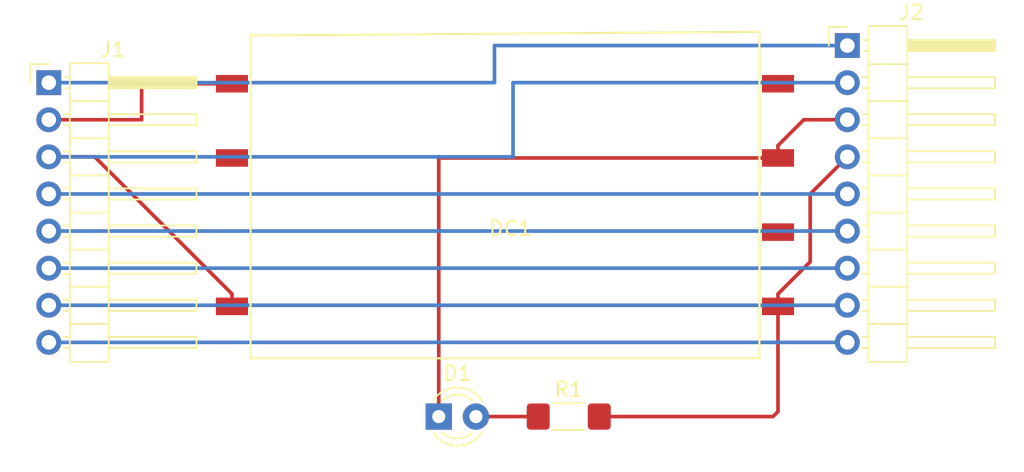
<source format=kicad_pcb>
(kicad_pcb (version 20171130) (host pcbnew "(5.0.2)-1")

  (general
    (thickness 1.6)
    (drawings 0)
    (tracks 33)
    (zones 0)
    (modules 5)
    (nets 15)
  )

  (page A4)
  (layers
    (0 F.Cu signal)
    (31 B.Cu signal)
    (32 B.Adhes user)
    (33 F.Adhes user)
    (34 B.Paste user)
    (35 F.Paste user)
    (36 B.SilkS user)
    (37 F.SilkS user)
    (38 B.Mask user)
    (39 F.Mask user)
    (40 Dwgs.User user)
    (41 Cmts.User user)
    (42 Eco1.User user)
    (43 Eco2.User user)
    (44 Edge.Cuts user)
    (45 Margin user)
    (46 B.CrtYd user)
    (47 F.CrtYd user)
    (48 B.Fab user)
    (49 F.Fab user)
  )

  (setup
    (last_trace_width 0.25)
    (trace_clearance 0.2)
    (zone_clearance 0.508)
    (zone_45_only no)
    (trace_min 0.2)
    (segment_width 0.2)
    (edge_width 0.1)
    (via_size 0.8)
    (via_drill 0.4)
    (via_min_size 0.4)
    (via_min_drill 0.3)
    (uvia_size 0.3)
    (uvia_drill 0.1)
    (uvias_allowed no)
    (uvia_min_size 0.2)
    (uvia_min_drill 0.1)
    (pcb_text_width 0.3)
    (pcb_text_size 1.5 1.5)
    (mod_edge_width 0.15)
    (mod_text_size 1 1)
    (mod_text_width 0.15)
    (pad_size 1.5 1.5)
    (pad_drill 0.6)
    (pad_to_mask_clearance 0)
    (solder_mask_min_width 0.25)
    (aux_axis_origin 0 0)
    (visible_elements 7FFFFFFF)
    (pcbplotparams
      (layerselection 0x010fc_ffffffff)
      (usegerberextensions false)
      (usegerberattributes false)
      (usegerberadvancedattributes false)
      (creategerberjobfile false)
      (excludeedgelayer true)
      (linewidth 0.100000)
      (plotframeref false)
      (viasonmask false)
      (mode 1)
      (useauxorigin false)
      (hpglpennumber 1)
      (hpglpenspeed 20)
      (hpglpendiameter 15.000000)
      (psnegative false)
      (psa4output false)
      (plotreference true)
      (plotvalue true)
      (plotinvisibletext false)
      (padsonsilk false)
      (subtractmaskfromsilk false)
      (outputformat 1)
      (mirror false)
      (drillshape 1)
      (scaleselection 1)
      (outputdirectory ""))
  )

  (net 0 "")
  (net 1 "Net-(D1-Pad2)")
  (net 2 "Net-(DC1-Pad1)")
  (net 3 "Net-(DC1-Pad2)")
  (net 4 "Net-(DC1-Pad7)")
  (net 5 "Net-(DC1-Pad4)")
  (net 6 "Net-(DC1-Pad6)")
  (net 7 "Net-(J1-Pad1)")
  (net 8 "Net-(J1-Pad4)")
  (net 9 "Net-(J1-Pad5)")
  (net 10 "Net-(J1-Pad6)")
  (net 11 "Net-(J1-Pad7)")
  (net 12 "Net-(J1-Pad8)")
  (net 13 "Net-(D1-Pad1)")
  (net 14 "Net-(DC1-Pad3)")

  (net_class Default "This is the default net class."
    (clearance 0.2)
    (trace_width 0.25)
    (via_dia 0.8)
    (via_drill 0.4)
    (uvia_dia 0.3)
    (uvia_drill 0.1)
    (add_net "Net-(D1-Pad1)")
    (add_net "Net-(D1-Pad2)")
    (add_net "Net-(DC1-Pad1)")
    (add_net "Net-(DC1-Pad2)")
    (add_net "Net-(DC1-Pad3)")
    (add_net "Net-(DC1-Pad4)")
    (add_net "Net-(DC1-Pad6)")
    (add_net "Net-(DC1-Pad7)")
    (add_net "Net-(J1-Pad1)")
    (add_net "Net-(J1-Pad4)")
    (add_net "Net-(J1-Pad5)")
    (add_net "Net-(J1-Pad6)")
    (add_net "Net-(J1-Pad7)")
    (add_net "Net-(J1-Pad8)")
  )

  (module LED_THT:LED_D3.0mm (layer F.Cu) (tedit 587A3A7B) (tstamp 5C6C9BDE)
    (at 125.73 115.57)
    (descr "LED, diameter 3.0mm, 2 pins")
    (tags "LED diameter 3.0mm 2 pins")
    (path /5C5715E1)
    (fp_text reference D1 (at 1.27 -2.96) (layer F.SilkS)
      (effects (font (size 1 1) (thickness 0.15)))
    )
    (fp_text value LED (at 1.27 2.96) (layer F.Fab)
      (effects (font (size 1 1) (thickness 0.15)))
    )
    (fp_arc (start 1.27 0) (end -0.23 -1.16619) (angle 284.3) (layer F.Fab) (width 0.1))
    (fp_arc (start 1.27 0) (end -0.29 -1.235516) (angle 108.8) (layer F.SilkS) (width 0.12))
    (fp_arc (start 1.27 0) (end -0.29 1.235516) (angle -108.8) (layer F.SilkS) (width 0.12))
    (fp_arc (start 1.27 0) (end 0.229039 -1.08) (angle 87.9) (layer F.SilkS) (width 0.12))
    (fp_arc (start 1.27 0) (end 0.229039 1.08) (angle -87.9) (layer F.SilkS) (width 0.12))
    (fp_circle (center 1.27 0) (end 2.77 0) (layer F.Fab) (width 0.1))
    (fp_line (start -0.23 -1.16619) (end -0.23 1.16619) (layer F.Fab) (width 0.1))
    (fp_line (start -0.29 -1.236) (end -0.29 -1.08) (layer F.SilkS) (width 0.12))
    (fp_line (start -0.29 1.08) (end -0.29 1.236) (layer F.SilkS) (width 0.12))
    (fp_line (start -1.15 -2.25) (end -1.15 2.25) (layer F.CrtYd) (width 0.05))
    (fp_line (start -1.15 2.25) (end 3.7 2.25) (layer F.CrtYd) (width 0.05))
    (fp_line (start 3.7 2.25) (end 3.7 -2.25) (layer F.CrtYd) (width 0.05))
    (fp_line (start 3.7 -2.25) (end -1.15 -2.25) (layer F.CrtYd) (width 0.05))
    (pad 1 thru_hole rect (at 0 0) (size 1.8 1.8) (drill 0.9) (layers *.Cu *.Mask)
      (net 13 "Net-(D1-Pad1)"))
    (pad 2 thru_hole circle (at 2.54 0) (size 1.8 1.8) (drill 0.9) (layers *.Cu *.Mask)
      (net 1 "Net-(D1-Pad2)"))
    (model ${KISYS3DMOD}/LED_THT.3dshapes/LED_D3.0mm.wrl
      (at (xyz 0 0 0))
      (scale (xyz 1 1 1))
      (rotate (xyz 0 0 0))
    )
  )

  (module TR_Library:445-2487-ND (layer F.Cu) (tedit 5C570945) (tstamp 5C6C9BF1)
    (at 112.606 111.835001)
    (path /5C570E13)
    (fp_text reference DC1 (at 18.034 -9.144) (layer F.SilkS)
      (effects (font (size 1 1) (thickness 0.15)))
    )
    (fp_text value CC6-1205SR-E (at 18.034 -14.224) (layer F.Fab)
      (effects (font (size 1 1) (thickness 0.15)))
    )
    (fp_line (start 0.254 -22.352) (end 35.052 -22.606) (layer F.SilkS) (width 0.15))
    (fp_line (start 35.052 -22.606) (end 35.052 -0.254) (layer F.SilkS) (width 0.15))
    (fp_line (start 35.052 -0.254) (end 0.254 -0.254) (layer F.SilkS) (width 0.15))
    (fp_line (start 0.254 -0.254) (end 0.254 -22.352) (layer F.SilkS) (width 0.15))
    (fp_line (start 0 0) (end 0 -22.606) (layer F.CrtYd) (width 0.15))
    (fp_line (start 0 -22.606) (end 35.306 -22.86) (layer F.CrtYd) (width 0.15))
    (fp_line (start 35.306 -22.86) (end 35.306 0) (layer F.CrtYd) (width 0.15))
    (fp_line (start 35.306 0) (end 0 0) (layer F.CrtYd) (width 0.15))
    (pad 1 smd rect (at -1.016 -3.81) (size 2.2 1.2) (layers F.Cu F.Paste F.Mask)
      (net 2 "Net-(DC1-Pad1)"))
    (pad 2 smd rect (at -1.016 -13.97) (size 2.2 1.2) (layers F.Cu F.Paste F.Mask)
      (net 3 "Net-(DC1-Pad2)"))
    (pad 3 smd rect (at -1.016 -19.05) (size 2.2 1.2) (layers F.Cu F.Paste F.Mask)
      (net 14 "Net-(DC1-Pad3)"))
    (pad 7 smd rect (at 36.322 -3.81) (size 2.2 1.2) (layers F.Cu F.Paste F.Mask)
      (net 4 "Net-(DC1-Pad7)"))
    (pad 4 smd rect (at 36.322 -19.05) (size 2.2 1.2) (layers F.Cu F.Paste F.Mask)
      (net 5 "Net-(DC1-Pad4)"))
    (pad 5 smd rect (at 36.322 -13.97) (size 2.2 1.2) (layers F.Cu F.Paste F.Mask)
      (net 13 "Net-(D1-Pad1)"))
    (pad 6 smd rect (at 36.322 -8.89) (size 2.2 1.2) (layers F.Cu F.Paste F.Mask)
      (net 6 "Net-(DC1-Pad6)"))
  )

  (module Connector_PinHeader_2.54mm:PinHeader_1x08_P2.54mm_Horizontal (layer F.Cu) (tedit 59FED5CB) (tstamp 5C6C9C72)
    (at 99.06 92.71)
    (descr "Through hole angled pin header, 1x08, 2.54mm pitch, 6mm pin length, single row")
    (tags "Through hole angled pin header THT 1x08 2.54mm single row")
    (path /5C5758D1)
    (fp_text reference J1 (at 4.385 -2.27) (layer F.SilkS)
      (effects (font (size 1 1) (thickness 0.15)))
    )
    (fp_text value Conn_01x08_Female (at 4.385 20.05) (layer F.Fab)
      (effects (font (size 1 1) (thickness 0.15)))
    )
    (fp_line (start 2.135 -1.27) (end 4.04 -1.27) (layer F.Fab) (width 0.1))
    (fp_line (start 4.04 -1.27) (end 4.04 19.05) (layer F.Fab) (width 0.1))
    (fp_line (start 4.04 19.05) (end 1.5 19.05) (layer F.Fab) (width 0.1))
    (fp_line (start 1.5 19.05) (end 1.5 -0.635) (layer F.Fab) (width 0.1))
    (fp_line (start 1.5 -0.635) (end 2.135 -1.27) (layer F.Fab) (width 0.1))
    (fp_line (start -0.32 -0.32) (end 1.5 -0.32) (layer F.Fab) (width 0.1))
    (fp_line (start -0.32 -0.32) (end -0.32 0.32) (layer F.Fab) (width 0.1))
    (fp_line (start -0.32 0.32) (end 1.5 0.32) (layer F.Fab) (width 0.1))
    (fp_line (start 4.04 -0.32) (end 10.04 -0.32) (layer F.Fab) (width 0.1))
    (fp_line (start 10.04 -0.32) (end 10.04 0.32) (layer F.Fab) (width 0.1))
    (fp_line (start 4.04 0.32) (end 10.04 0.32) (layer F.Fab) (width 0.1))
    (fp_line (start -0.32 2.22) (end 1.5 2.22) (layer F.Fab) (width 0.1))
    (fp_line (start -0.32 2.22) (end -0.32 2.86) (layer F.Fab) (width 0.1))
    (fp_line (start -0.32 2.86) (end 1.5 2.86) (layer F.Fab) (width 0.1))
    (fp_line (start 4.04 2.22) (end 10.04 2.22) (layer F.Fab) (width 0.1))
    (fp_line (start 10.04 2.22) (end 10.04 2.86) (layer F.Fab) (width 0.1))
    (fp_line (start 4.04 2.86) (end 10.04 2.86) (layer F.Fab) (width 0.1))
    (fp_line (start -0.32 4.76) (end 1.5 4.76) (layer F.Fab) (width 0.1))
    (fp_line (start -0.32 4.76) (end -0.32 5.4) (layer F.Fab) (width 0.1))
    (fp_line (start -0.32 5.4) (end 1.5 5.4) (layer F.Fab) (width 0.1))
    (fp_line (start 4.04 4.76) (end 10.04 4.76) (layer F.Fab) (width 0.1))
    (fp_line (start 10.04 4.76) (end 10.04 5.4) (layer F.Fab) (width 0.1))
    (fp_line (start 4.04 5.4) (end 10.04 5.4) (layer F.Fab) (width 0.1))
    (fp_line (start -0.32 7.3) (end 1.5 7.3) (layer F.Fab) (width 0.1))
    (fp_line (start -0.32 7.3) (end -0.32 7.94) (layer F.Fab) (width 0.1))
    (fp_line (start -0.32 7.94) (end 1.5 7.94) (layer F.Fab) (width 0.1))
    (fp_line (start 4.04 7.3) (end 10.04 7.3) (layer F.Fab) (width 0.1))
    (fp_line (start 10.04 7.3) (end 10.04 7.94) (layer F.Fab) (width 0.1))
    (fp_line (start 4.04 7.94) (end 10.04 7.94) (layer F.Fab) (width 0.1))
    (fp_line (start -0.32 9.84) (end 1.5 9.84) (layer F.Fab) (width 0.1))
    (fp_line (start -0.32 9.84) (end -0.32 10.48) (layer F.Fab) (width 0.1))
    (fp_line (start -0.32 10.48) (end 1.5 10.48) (layer F.Fab) (width 0.1))
    (fp_line (start 4.04 9.84) (end 10.04 9.84) (layer F.Fab) (width 0.1))
    (fp_line (start 10.04 9.84) (end 10.04 10.48) (layer F.Fab) (width 0.1))
    (fp_line (start 4.04 10.48) (end 10.04 10.48) (layer F.Fab) (width 0.1))
    (fp_line (start -0.32 12.38) (end 1.5 12.38) (layer F.Fab) (width 0.1))
    (fp_line (start -0.32 12.38) (end -0.32 13.02) (layer F.Fab) (width 0.1))
    (fp_line (start -0.32 13.02) (end 1.5 13.02) (layer F.Fab) (width 0.1))
    (fp_line (start 4.04 12.38) (end 10.04 12.38) (layer F.Fab) (width 0.1))
    (fp_line (start 10.04 12.38) (end 10.04 13.02) (layer F.Fab) (width 0.1))
    (fp_line (start 4.04 13.02) (end 10.04 13.02) (layer F.Fab) (width 0.1))
    (fp_line (start -0.32 14.92) (end 1.5 14.92) (layer F.Fab) (width 0.1))
    (fp_line (start -0.32 14.92) (end -0.32 15.56) (layer F.Fab) (width 0.1))
    (fp_line (start -0.32 15.56) (end 1.5 15.56) (layer F.Fab) (width 0.1))
    (fp_line (start 4.04 14.92) (end 10.04 14.92) (layer F.Fab) (width 0.1))
    (fp_line (start 10.04 14.92) (end 10.04 15.56) (layer F.Fab) (width 0.1))
    (fp_line (start 4.04 15.56) (end 10.04 15.56) (layer F.Fab) (width 0.1))
    (fp_line (start -0.32 17.46) (end 1.5 17.46) (layer F.Fab) (width 0.1))
    (fp_line (start -0.32 17.46) (end -0.32 18.1) (layer F.Fab) (width 0.1))
    (fp_line (start -0.32 18.1) (end 1.5 18.1) (layer F.Fab) (width 0.1))
    (fp_line (start 4.04 17.46) (end 10.04 17.46) (layer F.Fab) (width 0.1))
    (fp_line (start 10.04 17.46) (end 10.04 18.1) (layer F.Fab) (width 0.1))
    (fp_line (start 4.04 18.1) (end 10.04 18.1) (layer F.Fab) (width 0.1))
    (fp_line (start 1.44 -1.33) (end 1.44 19.11) (layer F.SilkS) (width 0.12))
    (fp_line (start 1.44 19.11) (end 4.1 19.11) (layer F.SilkS) (width 0.12))
    (fp_line (start 4.1 19.11) (end 4.1 -1.33) (layer F.SilkS) (width 0.12))
    (fp_line (start 4.1 -1.33) (end 1.44 -1.33) (layer F.SilkS) (width 0.12))
    (fp_line (start 4.1 -0.38) (end 10.1 -0.38) (layer F.SilkS) (width 0.12))
    (fp_line (start 10.1 -0.38) (end 10.1 0.38) (layer F.SilkS) (width 0.12))
    (fp_line (start 10.1 0.38) (end 4.1 0.38) (layer F.SilkS) (width 0.12))
    (fp_line (start 4.1 -0.32) (end 10.1 -0.32) (layer F.SilkS) (width 0.12))
    (fp_line (start 4.1 -0.2) (end 10.1 -0.2) (layer F.SilkS) (width 0.12))
    (fp_line (start 4.1 -0.08) (end 10.1 -0.08) (layer F.SilkS) (width 0.12))
    (fp_line (start 4.1 0.04) (end 10.1 0.04) (layer F.SilkS) (width 0.12))
    (fp_line (start 4.1 0.16) (end 10.1 0.16) (layer F.SilkS) (width 0.12))
    (fp_line (start 4.1 0.28) (end 10.1 0.28) (layer F.SilkS) (width 0.12))
    (fp_line (start 1.11 -0.38) (end 1.44 -0.38) (layer F.SilkS) (width 0.12))
    (fp_line (start 1.11 0.38) (end 1.44 0.38) (layer F.SilkS) (width 0.12))
    (fp_line (start 1.44 1.27) (end 4.1 1.27) (layer F.SilkS) (width 0.12))
    (fp_line (start 4.1 2.16) (end 10.1 2.16) (layer F.SilkS) (width 0.12))
    (fp_line (start 10.1 2.16) (end 10.1 2.92) (layer F.SilkS) (width 0.12))
    (fp_line (start 10.1 2.92) (end 4.1 2.92) (layer F.SilkS) (width 0.12))
    (fp_line (start 1.042929 2.16) (end 1.44 2.16) (layer F.SilkS) (width 0.12))
    (fp_line (start 1.042929 2.92) (end 1.44 2.92) (layer F.SilkS) (width 0.12))
    (fp_line (start 1.44 3.81) (end 4.1 3.81) (layer F.SilkS) (width 0.12))
    (fp_line (start 4.1 4.7) (end 10.1 4.7) (layer F.SilkS) (width 0.12))
    (fp_line (start 10.1 4.7) (end 10.1 5.46) (layer F.SilkS) (width 0.12))
    (fp_line (start 10.1 5.46) (end 4.1 5.46) (layer F.SilkS) (width 0.12))
    (fp_line (start 1.042929 4.7) (end 1.44 4.7) (layer F.SilkS) (width 0.12))
    (fp_line (start 1.042929 5.46) (end 1.44 5.46) (layer F.SilkS) (width 0.12))
    (fp_line (start 1.44 6.35) (end 4.1 6.35) (layer F.SilkS) (width 0.12))
    (fp_line (start 4.1 7.24) (end 10.1 7.24) (layer F.SilkS) (width 0.12))
    (fp_line (start 10.1 7.24) (end 10.1 8) (layer F.SilkS) (width 0.12))
    (fp_line (start 10.1 8) (end 4.1 8) (layer F.SilkS) (width 0.12))
    (fp_line (start 1.042929 7.24) (end 1.44 7.24) (layer F.SilkS) (width 0.12))
    (fp_line (start 1.042929 8) (end 1.44 8) (layer F.SilkS) (width 0.12))
    (fp_line (start 1.44 8.89) (end 4.1 8.89) (layer F.SilkS) (width 0.12))
    (fp_line (start 4.1 9.78) (end 10.1 9.78) (layer F.SilkS) (width 0.12))
    (fp_line (start 10.1 9.78) (end 10.1 10.54) (layer F.SilkS) (width 0.12))
    (fp_line (start 10.1 10.54) (end 4.1 10.54) (layer F.SilkS) (width 0.12))
    (fp_line (start 1.042929 9.78) (end 1.44 9.78) (layer F.SilkS) (width 0.12))
    (fp_line (start 1.042929 10.54) (end 1.44 10.54) (layer F.SilkS) (width 0.12))
    (fp_line (start 1.44 11.43) (end 4.1 11.43) (layer F.SilkS) (width 0.12))
    (fp_line (start 4.1 12.32) (end 10.1 12.32) (layer F.SilkS) (width 0.12))
    (fp_line (start 10.1 12.32) (end 10.1 13.08) (layer F.SilkS) (width 0.12))
    (fp_line (start 10.1 13.08) (end 4.1 13.08) (layer F.SilkS) (width 0.12))
    (fp_line (start 1.042929 12.32) (end 1.44 12.32) (layer F.SilkS) (width 0.12))
    (fp_line (start 1.042929 13.08) (end 1.44 13.08) (layer F.SilkS) (width 0.12))
    (fp_line (start 1.44 13.97) (end 4.1 13.97) (layer F.SilkS) (width 0.12))
    (fp_line (start 4.1 14.86) (end 10.1 14.86) (layer F.SilkS) (width 0.12))
    (fp_line (start 10.1 14.86) (end 10.1 15.62) (layer F.SilkS) (width 0.12))
    (fp_line (start 10.1 15.62) (end 4.1 15.62) (layer F.SilkS) (width 0.12))
    (fp_line (start 1.042929 14.86) (end 1.44 14.86) (layer F.SilkS) (width 0.12))
    (fp_line (start 1.042929 15.62) (end 1.44 15.62) (layer F.SilkS) (width 0.12))
    (fp_line (start 1.44 16.51) (end 4.1 16.51) (layer F.SilkS) (width 0.12))
    (fp_line (start 4.1 17.4) (end 10.1 17.4) (layer F.SilkS) (width 0.12))
    (fp_line (start 10.1 17.4) (end 10.1 18.16) (layer F.SilkS) (width 0.12))
    (fp_line (start 10.1 18.16) (end 4.1 18.16) (layer F.SilkS) (width 0.12))
    (fp_line (start 1.042929 17.4) (end 1.44 17.4) (layer F.SilkS) (width 0.12))
    (fp_line (start 1.042929 18.16) (end 1.44 18.16) (layer F.SilkS) (width 0.12))
    (fp_line (start -1.27 0) (end -1.27 -1.27) (layer F.SilkS) (width 0.12))
    (fp_line (start -1.27 -1.27) (end 0 -1.27) (layer F.SilkS) (width 0.12))
    (fp_line (start -1.8 -1.8) (end -1.8 19.55) (layer F.CrtYd) (width 0.05))
    (fp_line (start -1.8 19.55) (end 10.55 19.55) (layer F.CrtYd) (width 0.05))
    (fp_line (start 10.55 19.55) (end 10.55 -1.8) (layer F.CrtYd) (width 0.05))
    (fp_line (start 10.55 -1.8) (end -1.8 -1.8) (layer F.CrtYd) (width 0.05))
    (fp_text user %R (at 2.77 8.89 90) (layer F.Fab)
      (effects (font (size 1 1) (thickness 0.15)))
    )
    (pad 1 thru_hole rect (at 0 0) (size 1.7 1.7) (drill 1) (layers *.Cu *.Mask)
      (net 7 "Net-(J1-Pad1)"))
    (pad 2 thru_hole oval (at 0 2.54) (size 1.7 1.7) (drill 1) (layers *.Cu *.Mask)
      (net 14 "Net-(DC1-Pad3)"))
    (pad 3 thru_hole oval (at 0 5.08) (size 1.7 1.7) (drill 1) (layers *.Cu *.Mask)
      (net 2 "Net-(DC1-Pad1)"))
    (pad 4 thru_hole oval (at 0 7.62) (size 1.7 1.7) (drill 1) (layers *.Cu *.Mask)
      (net 8 "Net-(J1-Pad4)"))
    (pad 5 thru_hole oval (at 0 10.16) (size 1.7 1.7) (drill 1) (layers *.Cu *.Mask)
      (net 9 "Net-(J1-Pad5)"))
    (pad 6 thru_hole oval (at 0 12.7) (size 1.7 1.7) (drill 1) (layers *.Cu *.Mask)
      (net 10 "Net-(J1-Pad6)"))
    (pad 7 thru_hole oval (at 0 15.24) (size 1.7 1.7) (drill 1) (layers *.Cu *.Mask)
      (net 11 "Net-(J1-Pad7)"))
    (pad 8 thru_hole oval (at 0 17.78) (size 1.7 1.7) (drill 1) (layers *.Cu *.Mask)
      (net 12 "Net-(J1-Pad8)"))
    (model ${KISYS3DMOD}/Connector_PinHeader_2.54mm.3dshapes/PinHeader_1x08_P2.54mm_Horizontal.wrl
      (at (xyz 0 0 0))
      (scale (xyz 1 1 1))
      (rotate (xyz 0 0 0))
    )
  )

  (module Connector_PinHeader_2.54mm:PinHeader_1x09_P2.54mm_Horizontal (layer F.Cu) (tedit 59FED5CB) (tstamp 5C6C9D00)
    (at 153.67 90.17)
    (descr "Through hole angled pin header, 1x09, 2.54mm pitch, 6mm pin length, single row")
    (tags "Through hole angled pin header THT 1x09 2.54mm single row")
    (path /5C571501)
    (fp_text reference J2 (at 4.385 -2.27) (layer F.SilkS)
      (effects (font (size 1 1) (thickness 0.15)))
    )
    (fp_text value Conn_01x09_Female (at 4.385 22.59) (layer F.Fab)
      (effects (font (size 1 1) (thickness 0.15)))
    )
    (fp_line (start 2.135 -1.27) (end 4.04 -1.27) (layer F.Fab) (width 0.1))
    (fp_line (start 4.04 -1.27) (end 4.04 21.59) (layer F.Fab) (width 0.1))
    (fp_line (start 4.04 21.59) (end 1.5 21.59) (layer F.Fab) (width 0.1))
    (fp_line (start 1.5 21.59) (end 1.5 -0.635) (layer F.Fab) (width 0.1))
    (fp_line (start 1.5 -0.635) (end 2.135 -1.27) (layer F.Fab) (width 0.1))
    (fp_line (start -0.32 -0.32) (end 1.5 -0.32) (layer F.Fab) (width 0.1))
    (fp_line (start -0.32 -0.32) (end -0.32 0.32) (layer F.Fab) (width 0.1))
    (fp_line (start -0.32 0.32) (end 1.5 0.32) (layer F.Fab) (width 0.1))
    (fp_line (start 4.04 -0.32) (end 10.04 -0.32) (layer F.Fab) (width 0.1))
    (fp_line (start 10.04 -0.32) (end 10.04 0.32) (layer F.Fab) (width 0.1))
    (fp_line (start 4.04 0.32) (end 10.04 0.32) (layer F.Fab) (width 0.1))
    (fp_line (start -0.32 2.22) (end 1.5 2.22) (layer F.Fab) (width 0.1))
    (fp_line (start -0.32 2.22) (end -0.32 2.86) (layer F.Fab) (width 0.1))
    (fp_line (start -0.32 2.86) (end 1.5 2.86) (layer F.Fab) (width 0.1))
    (fp_line (start 4.04 2.22) (end 10.04 2.22) (layer F.Fab) (width 0.1))
    (fp_line (start 10.04 2.22) (end 10.04 2.86) (layer F.Fab) (width 0.1))
    (fp_line (start 4.04 2.86) (end 10.04 2.86) (layer F.Fab) (width 0.1))
    (fp_line (start -0.32 4.76) (end 1.5 4.76) (layer F.Fab) (width 0.1))
    (fp_line (start -0.32 4.76) (end -0.32 5.4) (layer F.Fab) (width 0.1))
    (fp_line (start -0.32 5.4) (end 1.5 5.4) (layer F.Fab) (width 0.1))
    (fp_line (start 4.04 4.76) (end 10.04 4.76) (layer F.Fab) (width 0.1))
    (fp_line (start 10.04 4.76) (end 10.04 5.4) (layer F.Fab) (width 0.1))
    (fp_line (start 4.04 5.4) (end 10.04 5.4) (layer F.Fab) (width 0.1))
    (fp_line (start -0.32 7.3) (end 1.5 7.3) (layer F.Fab) (width 0.1))
    (fp_line (start -0.32 7.3) (end -0.32 7.94) (layer F.Fab) (width 0.1))
    (fp_line (start -0.32 7.94) (end 1.5 7.94) (layer F.Fab) (width 0.1))
    (fp_line (start 4.04 7.3) (end 10.04 7.3) (layer F.Fab) (width 0.1))
    (fp_line (start 10.04 7.3) (end 10.04 7.94) (layer F.Fab) (width 0.1))
    (fp_line (start 4.04 7.94) (end 10.04 7.94) (layer F.Fab) (width 0.1))
    (fp_line (start -0.32 9.84) (end 1.5 9.84) (layer F.Fab) (width 0.1))
    (fp_line (start -0.32 9.84) (end -0.32 10.48) (layer F.Fab) (width 0.1))
    (fp_line (start -0.32 10.48) (end 1.5 10.48) (layer F.Fab) (width 0.1))
    (fp_line (start 4.04 9.84) (end 10.04 9.84) (layer F.Fab) (width 0.1))
    (fp_line (start 10.04 9.84) (end 10.04 10.48) (layer F.Fab) (width 0.1))
    (fp_line (start 4.04 10.48) (end 10.04 10.48) (layer F.Fab) (width 0.1))
    (fp_line (start -0.32 12.38) (end 1.5 12.38) (layer F.Fab) (width 0.1))
    (fp_line (start -0.32 12.38) (end -0.32 13.02) (layer F.Fab) (width 0.1))
    (fp_line (start -0.32 13.02) (end 1.5 13.02) (layer F.Fab) (width 0.1))
    (fp_line (start 4.04 12.38) (end 10.04 12.38) (layer F.Fab) (width 0.1))
    (fp_line (start 10.04 12.38) (end 10.04 13.02) (layer F.Fab) (width 0.1))
    (fp_line (start 4.04 13.02) (end 10.04 13.02) (layer F.Fab) (width 0.1))
    (fp_line (start -0.32 14.92) (end 1.5 14.92) (layer F.Fab) (width 0.1))
    (fp_line (start -0.32 14.92) (end -0.32 15.56) (layer F.Fab) (width 0.1))
    (fp_line (start -0.32 15.56) (end 1.5 15.56) (layer F.Fab) (width 0.1))
    (fp_line (start 4.04 14.92) (end 10.04 14.92) (layer F.Fab) (width 0.1))
    (fp_line (start 10.04 14.92) (end 10.04 15.56) (layer F.Fab) (width 0.1))
    (fp_line (start 4.04 15.56) (end 10.04 15.56) (layer F.Fab) (width 0.1))
    (fp_line (start -0.32 17.46) (end 1.5 17.46) (layer F.Fab) (width 0.1))
    (fp_line (start -0.32 17.46) (end -0.32 18.1) (layer F.Fab) (width 0.1))
    (fp_line (start -0.32 18.1) (end 1.5 18.1) (layer F.Fab) (width 0.1))
    (fp_line (start 4.04 17.46) (end 10.04 17.46) (layer F.Fab) (width 0.1))
    (fp_line (start 10.04 17.46) (end 10.04 18.1) (layer F.Fab) (width 0.1))
    (fp_line (start 4.04 18.1) (end 10.04 18.1) (layer F.Fab) (width 0.1))
    (fp_line (start -0.32 20) (end 1.5 20) (layer F.Fab) (width 0.1))
    (fp_line (start -0.32 20) (end -0.32 20.64) (layer F.Fab) (width 0.1))
    (fp_line (start -0.32 20.64) (end 1.5 20.64) (layer F.Fab) (width 0.1))
    (fp_line (start 4.04 20) (end 10.04 20) (layer F.Fab) (width 0.1))
    (fp_line (start 10.04 20) (end 10.04 20.64) (layer F.Fab) (width 0.1))
    (fp_line (start 4.04 20.64) (end 10.04 20.64) (layer F.Fab) (width 0.1))
    (fp_line (start 1.44 -1.33) (end 1.44 21.65) (layer F.SilkS) (width 0.12))
    (fp_line (start 1.44 21.65) (end 4.1 21.65) (layer F.SilkS) (width 0.12))
    (fp_line (start 4.1 21.65) (end 4.1 -1.33) (layer F.SilkS) (width 0.12))
    (fp_line (start 4.1 -1.33) (end 1.44 -1.33) (layer F.SilkS) (width 0.12))
    (fp_line (start 4.1 -0.38) (end 10.1 -0.38) (layer F.SilkS) (width 0.12))
    (fp_line (start 10.1 -0.38) (end 10.1 0.38) (layer F.SilkS) (width 0.12))
    (fp_line (start 10.1 0.38) (end 4.1 0.38) (layer F.SilkS) (width 0.12))
    (fp_line (start 4.1 -0.32) (end 10.1 -0.32) (layer F.SilkS) (width 0.12))
    (fp_line (start 4.1 -0.2) (end 10.1 -0.2) (layer F.SilkS) (width 0.12))
    (fp_line (start 4.1 -0.08) (end 10.1 -0.08) (layer F.SilkS) (width 0.12))
    (fp_line (start 4.1 0.04) (end 10.1 0.04) (layer F.SilkS) (width 0.12))
    (fp_line (start 4.1 0.16) (end 10.1 0.16) (layer F.SilkS) (width 0.12))
    (fp_line (start 4.1 0.28) (end 10.1 0.28) (layer F.SilkS) (width 0.12))
    (fp_line (start 1.11 -0.38) (end 1.44 -0.38) (layer F.SilkS) (width 0.12))
    (fp_line (start 1.11 0.38) (end 1.44 0.38) (layer F.SilkS) (width 0.12))
    (fp_line (start 1.44 1.27) (end 4.1 1.27) (layer F.SilkS) (width 0.12))
    (fp_line (start 4.1 2.16) (end 10.1 2.16) (layer F.SilkS) (width 0.12))
    (fp_line (start 10.1 2.16) (end 10.1 2.92) (layer F.SilkS) (width 0.12))
    (fp_line (start 10.1 2.92) (end 4.1 2.92) (layer F.SilkS) (width 0.12))
    (fp_line (start 1.042929 2.16) (end 1.44 2.16) (layer F.SilkS) (width 0.12))
    (fp_line (start 1.042929 2.92) (end 1.44 2.92) (layer F.SilkS) (width 0.12))
    (fp_line (start 1.44 3.81) (end 4.1 3.81) (layer F.SilkS) (width 0.12))
    (fp_line (start 4.1 4.7) (end 10.1 4.7) (layer F.SilkS) (width 0.12))
    (fp_line (start 10.1 4.7) (end 10.1 5.46) (layer F.SilkS) (width 0.12))
    (fp_line (start 10.1 5.46) (end 4.1 5.46) (layer F.SilkS) (width 0.12))
    (fp_line (start 1.042929 4.7) (end 1.44 4.7) (layer F.SilkS) (width 0.12))
    (fp_line (start 1.042929 5.46) (end 1.44 5.46) (layer F.SilkS) (width 0.12))
    (fp_line (start 1.44 6.35) (end 4.1 6.35) (layer F.SilkS) (width 0.12))
    (fp_line (start 4.1 7.24) (end 10.1 7.24) (layer F.SilkS) (width 0.12))
    (fp_line (start 10.1 7.24) (end 10.1 8) (layer F.SilkS) (width 0.12))
    (fp_line (start 10.1 8) (end 4.1 8) (layer F.SilkS) (width 0.12))
    (fp_line (start 1.042929 7.24) (end 1.44 7.24) (layer F.SilkS) (width 0.12))
    (fp_line (start 1.042929 8) (end 1.44 8) (layer F.SilkS) (width 0.12))
    (fp_line (start 1.44 8.89) (end 4.1 8.89) (layer F.SilkS) (width 0.12))
    (fp_line (start 4.1 9.78) (end 10.1 9.78) (layer F.SilkS) (width 0.12))
    (fp_line (start 10.1 9.78) (end 10.1 10.54) (layer F.SilkS) (width 0.12))
    (fp_line (start 10.1 10.54) (end 4.1 10.54) (layer F.SilkS) (width 0.12))
    (fp_line (start 1.042929 9.78) (end 1.44 9.78) (layer F.SilkS) (width 0.12))
    (fp_line (start 1.042929 10.54) (end 1.44 10.54) (layer F.SilkS) (width 0.12))
    (fp_line (start 1.44 11.43) (end 4.1 11.43) (layer F.SilkS) (width 0.12))
    (fp_line (start 4.1 12.32) (end 10.1 12.32) (layer F.SilkS) (width 0.12))
    (fp_line (start 10.1 12.32) (end 10.1 13.08) (layer F.SilkS) (width 0.12))
    (fp_line (start 10.1 13.08) (end 4.1 13.08) (layer F.SilkS) (width 0.12))
    (fp_line (start 1.042929 12.32) (end 1.44 12.32) (layer F.SilkS) (width 0.12))
    (fp_line (start 1.042929 13.08) (end 1.44 13.08) (layer F.SilkS) (width 0.12))
    (fp_line (start 1.44 13.97) (end 4.1 13.97) (layer F.SilkS) (width 0.12))
    (fp_line (start 4.1 14.86) (end 10.1 14.86) (layer F.SilkS) (width 0.12))
    (fp_line (start 10.1 14.86) (end 10.1 15.62) (layer F.SilkS) (width 0.12))
    (fp_line (start 10.1 15.62) (end 4.1 15.62) (layer F.SilkS) (width 0.12))
    (fp_line (start 1.042929 14.86) (end 1.44 14.86) (layer F.SilkS) (width 0.12))
    (fp_line (start 1.042929 15.62) (end 1.44 15.62) (layer F.SilkS) (width 0.12))
    (fp_line (start 1.44 16.51) (end 4.1 16.51) (layer F.SilkS) (width 0.12))
    (fp_line (start 4.1 17.4) (end 10.1 17.4) (layer F.SilkS) (width 0.12))
    (fp_line (start 10.1 17.4) (end 10.1 18.16) (layer F.SilkS) (width 0.12))
    (fp_line (start 10.1 18.16) (end 4.1 18.16) (layer F.SilkS) (width 0.12))
    (fp_line (start 1.042929 17.4) (end 1.44 17.4) (layer F.SilkS) (width 0.12))
    (fp_line (start 1.042929 18.16) (end 1.44 18.16) (layer F.SilkS) (width 0.12))
    (fp_line (start 1.44 19.05) (end 4.1 19.05) (layer F.SilkS) (width 0.12))
    (fp_line (start 4.1 19.94) (end 10.1 19.94) (layer F.SilkS) (width 0.12))
    (fp_line (start 10.1 19.94) (end 10.1 20.7) (layer F.SilkS) (width 0.12))
    (fp_line (start 10.1 20.7) (end 4.1 20.7) (layer F.SilkS) (width 0.12))
    (fp_line (start 1.042929 19.94) (end 1.44 19.94) (layer F.SilkS) (width 0.12))
    (fp_line (start 1.042929 20.7) (end 1.44 20.7) (layer F.SilkS) (width 0.12))
    (fp_line (start -1.27 0) (end -1.27 -1.27) (layer F.SilkS) (width 0.12))
    (fp_line (start -1.27 -1.27) (end 0 -1.27) (layer F.SilkS) (width 0.12))
    (fp_line (start -1.8 -1.8) (end -1.8 22.1) (layer F.CrtYd) (width 0.05))
    (fp_line (start -1.8 22.1) (end 10.55 22.1) (layer F.CrtYd) (width 0.05))
    (fp_line (start 10.55 22.1) (end 10.55 -1.8) (layer F.CrtYd) (width 0.05))
    (fp_line (start 10.55 -1.8) (end -1.8 -1.8) (layer F.CrtYd) (width 0.05))
    (fp_text user %R (at 2.77 10.16 90) (layer F.Fab)
      (effects (font (size 1 1) (thickness 0.15)))
    )
    (pad 1 thru_hole rect (at 0 0) (size 1.7 1.7) (drill 1) (layers *.Cu *.Mask)
      (net 7 "Net-(J1-Pad1)"))
    (pad 2 thru_hole oval (at 0 2.54) (size 1.7 1.7) (drill 1) (layers *.Cu *.Mask)
      (net 2 "Net-(DC1-Pad1)"))
    (pad 3 thru_hole oval (at 0 5.08) (size 1.7 1.7) (drill 1) (layers *.Cu *.Mask)
      (net 13 "Net-(D1-Pad1)"))
    (pad 4 thru_hole oval (at 0 7.62) (size 1.7 1.7) (drill 1) (layers *.Cu *.Mask)
      (net 4 "Net-(DC1-Pad7)"))
    (pad 5 thru_hole oval (at 0 10.16) (size 1.7 1.7) (drill 1) (layers *.Cu *.Mask)
      (net 8 "Net-(J1-Pad4)"))
    (pad 6 thru_hole oval (at 0 12.7) (size 1.7 1.7) (drill 1) (layers *.Cu *.Mask)
      (net 9 "Net-(J1-Pad5)"))
    (pad 7 thru_hole oval (at 0 15.24) (size 1.7 1.7) (drill 1) (layers *.Cu *.Mask)
      (net 10 "Net-(J1-Pad6)"))
    (pad 8 thru_hole oval (at 0 17.78) (size 1.7 1.7) (drill 1) (layers *.Cu *.Mask)
      (net 11 "Net-(J1-Pad7)"))
    (pad 9 thru_hole oval (at 0 20.32) (size 1.7 1.7) (drill 1) (layers *.Cu *.Mask)
      (net 12 "Net-(J1-Pad8)"))
    (model ${KISYS3DMOD}/Connector_PinHeader_2.54mm.3dshapes/PinHeader_1x09_P2.54mm_Horizontal.wrl
      (at (xyz 0 0 0))
      (scale (xyz 1 1 1))
      (rotate (xyz 0 0 0))
    )
  )

  (module Resistor_SMD:R_1806_4516Metric_Pad1.57x1.80mm_HandSolder (layer F.Cu) (tedit 5B301BBD) (tstamp 5C6C9D11)
    (at 134.62 115.57)
    (descr "Resistor SMD 1806 (4516 Metric), square (rectangular) end terminal, IPC_7351 nominal with elongated pad for handsoldering. (Body size source: https://www.modelithics.com/models/Vendor/MuRata/BLM41P.pdf), generated with kicad-footprint-generator")
    (tags "resistor handsolder")
    (path /5C570FC5)
    (attr smd)
    (fp_text reference R1 (at 0 -1.85) (layer F.SilkS)
      (effects (font (size 1 1) (thickness 0.15)))
    )
    (fp_text value R_US (at 0 1.85) (layer F.Fab)
      (effects (font (size 1 1) (thickness 0.15)))
    )
    (fp_line (start -2.25 0.8) (end -2.25 -0.8) (layer F.Fab) (width 0.1))
    (fp_line (start -2.25 -0.8) (end 2.25 -0.8) (layer F.Fab) (width 0.1))
    (fp_line (start 2.25 -0.8) (end 2.25 0.8) (layer F.Fab) (width 0.1))
    (fp_line (start 2.25 0.8) (end -2.25 0.8) (layer F.Fab) (width 0.1))
    (fp_line (start -1.111252 -0.91) (end 1.111252 -0.91) (layer F.SilkS) (width 0.12))
    (fp_line (start -1.111252 0.91) (end 1.111252 0.91) (layer F.SilkS) (width 0.12))
    (fp_line (start -3.12 1.15) (end -3.12 -1.15) (layer F.CrtYd) (width 0.05))
    (fp_line (start -3.12 -1.15) (end 3.12 -1.15) (layer F.CrtYd) (width 0.05))
    (fp_line (start 3.12 -1.15) (end 3.12 1.15) (layer F.CrtYd) (width 0.05))
    (fp_line (start 3.12 1.15) (end -3.12 1.15) (layer F.CrtYd) (width 0.05))
    (fp_text user %R (at 0 0) (layer F.Fab)
      (effects (font (size 1 1) (thickness 0.15)))
    )
    (pad 1 smd roundrect (at -2.0875 0) (size 1.575 1.8) (layers F.Cu F.Paste F.Mask) (roundrect_rratio 0.15873)
      (net 1 "Net-(D1-Pad2)"))
    (pad 2 smd roundrect (at 2.0875 0) (size 1.575 1.8) (layers F.Cu F.Paste F.Mask) (roundrect_rratio 0.15873)
      (net 4 "Net-(DC1-Pad7)"))
    (model ${KISYS3DMOD}/Resistor_SMD.3dshapes/R_1806_4516Metric.wrl
      (at (xyz 0 0 0))
      (scale (xyz 1 1 1))
      (rotate (xyz 0 0 0))
    )
  )

  (segment (start 132.5325 115.57) (end 128.27 115.57) (width 0.25) (layer F.Cu) (net 1))
  (segment (start 99.06 97.79) (end 130.81 97.79) (width 0.25) (layer B.Cu) (net 2))
  (segment (start 130.81 97.79) (end 130.81 92.71) (width 0.25) (layer B.Cu) (net 2))
  (segment (start 130.81 92.71) (end 153.67 92.71) (width 0.25) (layer B.Cu) (net 2))
  (segment (start 111.59 107.175001) (end 111.59 108.025001) (width 0.25) (layer F.Cu) (net 2))
  (segment (start 102.204999 97.79) (end 111.59 107.175001) (width 0.25) (layer F.Cu) (net 2))
  (segment (start 99.06 97.79) (end 102.204999 97.79) (width 0.25) (layer F.Cu) (net 2))
  (segment (start 148.928 107.175001) (end 151.13 104.973001) (width 0.25) (layer F.Cu) (net 4))
  (segment (start 148.928 108.025001) (end 148.928 107.175001) (width 0.25) (layer F.Cu) (net 4))
  (segment (start 151.13 100.33) (end 153.67 97.79) (width 0.25) (layer F.Cu) (net 4))
  (segment (start 151.13 104.973001) (end 151.13 100.33) (width 0.25) (layer F.Cu) (net 4))
  (segment (start 148.928 108.025001) (end 148.928 115.232) (width 0.25) (layer F.Cu) (net 4))
  (segment (start 148.59 115.57) (end 136.7075 115.57) (width 0.25) (layer F.Cu) (net 4))
  (segment (start 148.928 115.232) (end 148.59 115.57) (width 0.25) (layer F.Cu) (net 4))
  (segment (start 99.06 92.71) (end 129.54 92.71) (width 0.25) (layer B.Cu) (net 7))
  (segment (start 129.54 92.71) (end 129.54 90.17) (width 0.25) (layer B.Cu) (net 7))
  (segment (start 129.54 90.17) (end 153.67 90.17) (width 0.25) (layer B.Cu) (net 7))
  (segment (start 99.06 100.33) (end 153.67 100.33) (width 0.25) (layer B.Cu) (net 8))
  (segment (start 99.06 102.87) (end 153.67 102.87) (width 0.25) (layer B.Cu) (net 9))
  (segment (start 99.06 105.41) (end 153.67 105.41) (width 0.25) (layer B.Cu) (net 10))
  (segment (start 99.06 107.95) (end 153.67 107.95) (width 0.25) (layer B.Cu) (net 11))
  (segment (start 99.06 110.49) (end 153.67 110.49) (width 0.25) (layer B.Cu) (net 12))
  (segment (start 125.73 115.57) (end 125.73 97.79) (width 0.25) (layer F.Cu) (net 13))
  (segment (start 125.805001 97.865001) (end 148.928 97.865001) (width 0.25) (layer F.Cu) (net 13))
  (segment (start 125.73 97.79) (end 125.805001 97.865001) (width 0.25) (layer F.Cu) (net 13))
  (segment (start 152.467919 95.25) (end 153.67 95.25) (width 0.25) (layer F.Cu) (net 13))
  (segment (start 150.693001 95.25) (end 152.467919 95.25) (width 0.25) (layer F.Cu) (net 13))
  (segment (start 148.928 97.015001) (end 150.693001 95.25) (width 0.25) (layer F.Cu) (net 13))
  (segment (start 148.928 97.865001) (end 148.928 97.015001) (width 0.25) (layer F.Cu) (net 13))
  (segment (start 99.06 95.25) (end 105.41 95.25) (width 0.25) (layer F.Cu) (net 14))
  (segment (start 105.41 95.25) (end 105.41 92.71) (width 0.25) (layer F.Cu) (net 14))
  (segment (start 105.485001 92.785001) (end 111.59 92.785001) (width 0.25) (layer F.Cu) (net 14))
  (segment (start 105.41 92.71) (end 105.485001 92.785001) (width 0.25) (layer F.Cu) (net 14))

)

</source>
